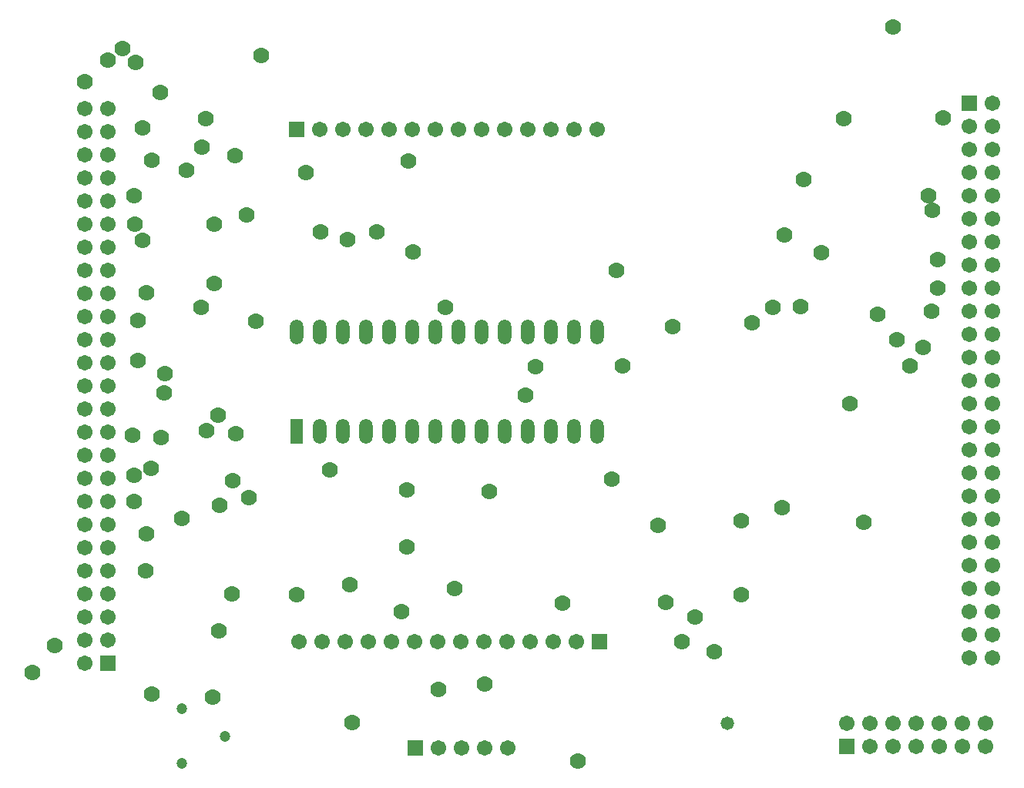
<source format=gbs>
%FSLAX24Y24*%
%MOIN*%
G70*
G01*
G75*
G04 Layer_Color=16711935*
%ADD10R,0.0236X0.0709*%
%ADD11R,0.0551X0.0591*%
%ADD12R,0.0591X0.0551*%
%ADD13O,0.0866X0.0236*%
%ADD14R,0.0630X0.0630*%
%ADD15R,0.0787X0.0472*%
%ADD16R,0.0591X0.0630*%
%ADD17C,0.0250*%
%ADD18R,0.0591X0.0591*%
%ADD19C,0.0591*%
%ADD20R,0.0591X0.0591*%
%ADD21R,0.0500X0.1000*%
%ADD22O,0.0500X0.1000*%
%ADD23C,0.0394*%
%ADD24C,0.0620*%
%ADD25C,0.0500*%
%ADD26C,0.0098*%
%ADD27C,0.0236*%
%ADD28C,0.0100*%
%ADD29C,0.0079*%
%ADD30C,0.0080*%
%ADD31R,0.0316X0.0789*%
%ADD32R,0.0631X0.0671*%
%ADD33R,0.0671X0.0631*%
%ADD34O,0.0946X0.0316*%
%ADD35R,0.0710X0.0710*%
%ADD36R,0.0867X0.0552*%
%ADD37R,0.0671X0.0710*%
%ADD38R,0.0671X0.0671*%
%ADD39C,0.0671*%
%ADD40R,0.0671X0.0671*%
%ADD41R,0.0580X0.1080*%
%ADD42O,0.0580X0.1080*%
%ADD43C,0.0474*%
%ADD44C,0.0700*%
%ADD45C,0.0580*%
D38*
X76850Y59550D02*
D03*
X39600Y35300D02*
D03*
D39*
X77850Y59550D02*
D03*
X76850Y58550D02*
D03*
X77850D02*
D03*
X76850Y57550D02*
D03*
X77850D02*
D03*
X76850Y56550D02*
D03*
X77850D02*
D03*
X76850Y55550D02*
D03*
X77850D02*
D03*
X76850Y54550D02*
D03*
X77850D02*
D03*
X76850Y53550D02*
D03*
X77850D02*
D03*
X76850Y52550D02*
D03*
X77850D02*
D03*
X76850Y51550D02*
D03*
X77850D02*
D03*
X76850Y50550D02*
D03*
X77850D02*
D03*
X76850Y49550D02*
D03*
X77850D02*
D03*
X76850Y48550D02*
D03*
X77850D02*
D03*
X76850Y47550D02*
D03*
X77850D02*
D03*
X76850Y46550D02*
D03*
X77850D02*
D03*
X76850Y45550D02*
D03*
X77850D02*
D03*
X76850Y44550D02*
D03*
X77850D02*
D03*
X76850Y43550D02*
D03*
X77850D02*
D03*
X76850Y42550D02*
D03*
X77850D02*
D03*
X76850Y41550D02*
D03*
X77850D02*
D03*
X76850Y40550D02*
D03*
X77850D02*
D03*
X76850Y39550D02*
D03*
X77850D02*
D03*
X76850Y38550D02*
D03*
X77850D02*
D03*
X76850Y37550D02*
D03*
X77850D02*
D03*
X76850Y36550D02*
D03*
X77850D02*
D03*
X76850Y35550D02*
D03*
X77850D02*
D03*
X71550Y32700D02*
D03*
X72550Y31700D02*
D03*
Y32700D02*
D03*
X73550Y31700D02*
D03*
Y32700D02*
D03*
X74550Y31700D02*
D03*
Y32700D02*
D03*
X75550Y31700D02*
D03*
Y32700D02*
D03*
X76550Y31700D02*
D03*
Y32700D02*
D03*
X77550Y31700D02*
D03*
Y32700D02*
D03*
X38600Y35300D02*
D03*
X39600Y36300D02*
D03*
X38600D02*
D03*
X39600Y37300D02*
D03*
X38600D02*
D03*
X39600Y38300D02*
D03*
X38600D02*
D03*
X39600Y39300D02*
D03*
X38600D02*
D03*
X39600Y40300D02*
D03*
X38600D02*
D03*
X39600Y41300D02*
D03*
X38600D02*
D03*
X39600Y42300D02*
D03*
X38600D02*
D03*
X39600Y43300D02*
D03*
X38600D02*
D03*
X39600Y44300D02*
D03*
X38600D02*
D03*
X39600Y45300D02*
D03*
X38600D02*
D03*
X39600Y46300D02*
D03*
X38600D02*
D03*
X39600Y47300D02*
D03*
X38600D02*
D03*
X39600Y48300D02*
D03*
X38600D02*
D03*
X39600Y49300D02*
D03*
X38600D02*
D03*
X39600Y50300D02*
D03*
X38600D02*
D03*
X39600Y51300D02*
D03*
X38600D02*
D03*
X39600Y52300D02*
D03*
X38600D02*
D03*
X39600Y53300D02*
D03*
X38600D02*
D03*
X39600Y54300D02*
D03*
X38600D02*
D03*
X39600Y55300D02*
D03*
X38600D02*
D03*
X39600Y56300D02*
D03*
X38600D02*
D03*
X39600Y57300D02*
D03*
X38600D02*
D03*
X39600Y58300D02*
D03*
X38600D02*
D03*
X39600Y59300D02*
D03*
X38600D02*
D03*
X60750Y58400D02*
D03*
X59750D02*
D03*
X58750D02*
D03*
X57750D02*
D03*
X56750D02*
D03*
X55750D02*
D03*
X54750D02*
D03*
X53750D02*
D03*
X52750D02*
D03*
X51750D02*
D03*
X50750D02*
D03*
X49750D02*
D03*
X48750D02*
D03*
X47850Y36250D02*
D03*
X48850D02*
D03*
X49850D02*
D03*
X50850D02*
D03*
X51850D02*
D03*
X52850D02*
D03*
X53850D02*
D03*
X54850D02*
D03*
X55850D02*
D03*
X56850D02*
D03*
X57850D02*
D03*
X58850D02*
D03*
X59850D02*
D03*
X56900Y31650D02*
D03*
X55900D02*
D03*
X54900D02*
D03*
X53900D02*
D03*
D40*
X71550Y31700D02*
D03*
X47750Y58400D02*
D03*
X60850Y36250D02*
D03*
X52900Y31650D02*
D03*
D41*
X47750Y45350D02*
D03*
D42*
X48750D02*
D03*
X49750D02*
D03*
X50750D02*
D03*
X51750D02*
D03*
X52750D02*
D03*
X53750D02*
D03*
X54750D02*
D03*
X55750D02*
D03*
X56750D02*
D03*
X57750D02*
D03*
X58750D02*
D03*
X59750D02*
D03*
X60750D02*
D03*
X47750Y49650D02*
D03*
X48750D02*
D03*
X49750D02*
D03*
X50750D02*
D03*
X51750D02*
D03*
X52750D02*
D03*
X53750D02*
D03*
X54750D02*
D03*
X55750D02*
D03*
X56750D02*
D03*
X57750D02*
D03*
X58750D02*
D03*
X59750D02*
D03*
X60750D02*
D03*
D43*
X44650Y32150D02*
D03*
X42800Y33331D02*
D03*
Y30969D02*
D03*
D44*
X44350Y46050D02*
D03*
X43650Y57650D02*
D03*
X43000Y56650D02*
D03*
X69700Y56250D02*
D03*
X67470Y50050D02*
D03*
X68350Y50700D02*
D03*
X51220Y53980D02*
D03*
X49950Y53650D02*
D03*
X48150Y56550D02*
D03*
X52600Y57050D02*
D03*
X52780Y53120D02*
D03*
X50050Y38700D02*
D03*
X54600Y38550D02*
D03*
X56110Y42740D02*
D03*
X61390Y43270D02*
D03*
X45605Y54714D02*
D03*
X61870Y48170D02*
D03*
X61580Y52310D02*
D03*
X43840Y58880D02*
D03*
X44125Y33855D02*
D03*
X41500Y33990D02*
D03*
X57650Y46900D02*
D03*
X65830Y35800D02*
D03*
X63400Y41261D02*
D03*
X45990Y50120D02*
D03*
X58100Y48150D02*
D03*
X53900Y34170D02*
D03*
X40770Y54300D02*
D03*
X40730Y42300D02*
D03*
X40785Y61310D02*
D03*
X40650Y45190D02*
D03*
X44390Y36720D02*
D03*
X44995Y43215D02*
D03*
X43860Y45390D02*
D03*
X41890Y45090D02*
D03*
X72905Y50404D02*
D03*
X46225Y61595D02*
D03*
X40720Y55550D02*
D03*
X50160Y32750D02*
D03*
X44950Y38300D02*
D03*
X41100Y53605D02*
D03*
X41480Y57080D02*
D03*
X41100Y58490D02*
D03*
X41850Y60010D02*
D03*
X38610Y60470D02*
D03*
X37280Y36060D02*
D03*
X41230Y39300D02*
D03*
X71710Y46540D02*
D03*
X40880Y48410D02*
D03*
X41260Y51330D02*
D03*
X40880Y50130D02*
D03*
X40220Y61900D02*
D03*
X71425Y58860D02*
D03*
X75100Y55550D02*
D03*
X39600Y61420D02*
D03*
X74280Y48180D02*
D03*
X44430Y42140D02*
D03*
X42800Y41590D02*
D03*
X42060Y47830D02*
D03*
X59930Y31070D02*
D03*
X44210Y51740D02*
D03*
X45100Y57280D02*
D03*
X45690Y42460D02*
D03*
X41270Y40920D02*
D03*
X41460Y43750D02*
D03*
X74850Y48985D02*
D03*
X64040Y49870D02*
D03*
X55900Y34420D02*
D03*
X69560Y50746D02*
D03*
X52530Y40350D02*
D03*
Y42820D02*
D03*
X43615Y50720D02*
D03*
X44210Y54310D02*
D03*
X36335Y34900D02*
D03*
X73560Y62840D02*
D03*
X59260Y37920D02*
D03*
X42020Y47000D02*
D03*
X40730Y43430D02*
D03*
X45140Y45240D02*
D03*
X75235Y50550D02*
D03*
X73720Y49300D02*
D03*
X75250Y54900D02*
D03*
X75500Y52790D02*
D03*
X75730Y58910D02*
D03*
X70470Y53066D02*
D03*
X66980Y38270D02*
D03*
Y41460D02*
D03*
X52301Y37550D02*
D03*
X65010Y37315D02*
D03*
X64445Y36250D02*
D03*
X63720Y37950D02*
D03*
X68850Y53850D02*
D03*
X47760Y38291D02*
D03*
X49190Y43670D02*
D03*
X68774Y42050D02*
D03*
X72300Y41400D02*
D03*
X48810Y53980D02*
D03*
X75500Y51550D02*
D03*
X54180Y50720D02*
D03*
D45*
X66400Y32700D02*
D03*
M02*

</source>
